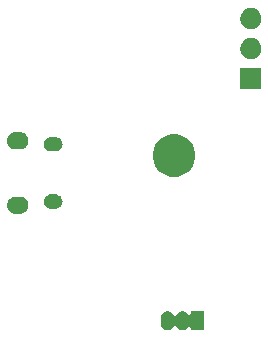
<source format=gbr>
G04 #@! TF.GenerationSoftware,KiCad,Pcbnew,(5.1.5)-3*
G04 #@! TF.CreationDate,2020-02-17T19:47:56+00:00*
G04 #@! TF.ProjectId,Pico-Telemetry,5069636f-2d54-4656-9c65-6d657472792e,rev?*
G04 #@! TF.SameCoordinates,Original*
G04 #@! TF.FileFunction,Soldermask,Bot*
G04 #@! TF.FilePolarity,Negative*
%FSLAX46Y46*%
G04 Gerber Fmt 4.6, Leading zero omitted, Abs format (unit mm)*
G04 Created by KiCad (PCBNEW (5.1.5)-3) date 2020-02-17 19:47:56*
%MOMM*%
%LPD*%
G04 APERTURE LIST*
%ADD10C,0.100000*%
G04 APERTURE END LIST*
D10*
G36*
X179842916Y-106207334D02*
G01*
X179951492Y-106240271D01*
X179951495Y-106240272D01*
X179987601Y-106259571D01*
X180051557Y-106293756D01*
X180139264Y-106365736D01*
X180202383Y-106442646D01*
X180219702Y-106459965D01*
X180240077Y-106473579D01*
X180262716Y-106482957D01*
X180286749Y-106487737D01*
X180311253Y-106487737D01*
X180335286Y-106482957D01*
X180357925Y-106473579D01*
X180378299Y-106459966D01*
X180395626Y-106442639D01*
X180409240Y-106422264D01*
X180418618Y-106399625D01*
X180423398Y-106375592D01*
X180424000Y-106363340D01*
X180424000Y-106199000D01*
X181576000Y-106199000D01*
X181576000Y-107801000D01*
X180424000Y-107801000D01*
X180424000Y-107636660D01*
X180421598Y-107612274D01*
X180414485Y-107588825D01*
X180402934Y-107567214D01*
X180387389Y-107548272D01*
X180368447Y-107532727D01*
X180346836Y-107521176D01*
X180323387Y-107514063D01*
X180299001Y-107511661D01*
X180274615Y-107514063D01*
X180251166Y-107521176D01*
X180229555Y-107532727D01*
X180202381Y-107557356D01*
X180139264Y-107634264D01*
X180051556Y-107706244D01*
X179987600Y-107740429D01*
X179951494Y-107759728D01*
X179951491Y-107759729D01*
X179842915Y-107792666D01*
X179730000Y-107803787D01*
X179617084Y-107792666D01*
X179508508Y-107759729D01*
X179508505Y-107759728D01*
X179472399Y-107740429D01*
X179408443Y-107706244D01*
X179320736Y-107634264D01*
X179248756Y-107546556D01*
X179205239Y-107465140D01*
X179191625Y-107444766D01*
X179174298Y-107427439D01*
X179153924Y-107413825D01*
X179131285Y-107404448D01*
X179107251Y-107399668D01*
X179082747Y-107399668D01*
X179058714Y-107404449D01*
X179036075Y-107413826D01*
X179015701Y-107427440D01*
X178998374Y-107444767D01*
X178984762Y-107465140D01*
X178941244Y-107546557D01*
X178869264Y-107634264D01*
X178781556Y-107706244D01*
X178717600Y-107740429D01*
X178681494Y-107759728D01*
X178681491Y-107759729D01*
X178572915Y-107792666D01*
X178460000Y-107803787D01*
X178347084Y-107792666D01*
X178238508Y-107759729D01*
X178238505Y-107759728D01*
X178202399Y-107740429D01*
X178138443Y-107706244D01*
X178050736Y-107634264D01*
X177978756Y-107546556D01*
X177935239Y-107465140D01*
X177925272Y-107446494D01*
X177919492Y-107427440D01*
X177892334Y-107337915D01*
X177884000Y-107253297D01*
X177884000Y-106746702D01*
X177892334Y-106662084D01*
X177925271Y-106553508D01*
X177925272Y-106553505D01*
X177978756Y-106453445D01*
X177978757Y-106453443D01*
X178050737Y-106365736D01*
X178138444Y-106293756D01*
X178202400Y-106259571D01*
X178238506Y-106240272D01*
X178238509Y-106240271D01*
X178347085Y-106207334D01*
X178460000Y-106196213D01*
X178572916Y-106207334D01*
X178681492Y-106240271D01*
X178681495Y-106240272D01*
X178717601Y-106259571D01*
X178781557Y-106293756D01*
X178869264Y-106365736D01*
X178941244Y-106453443D01*
X178957019Y-106482957D01*
X178984761Y-106534859D01*
X178998375Y-106555234D01*
X179015702Y-106572561D01*
X179036076Y-106586174D01*
X179058715Y-106595552D01*
X179082748Y-106600332D01*
X179107252Y-106600332D01*
X179131285Y-106595552D01*
X179153924Y-106586174D01*
X179174299Y-106572560D01*
X179191626Y-106555233D01*
X179205239Y-106534859D01*
X179248756Y-106453445D01*
X179248757Y-106453443D01*
X179320737Y-106365736D01*
X179408444Y-106293756D01*
X179472400Y-106259571D01*
X179508506Y-106240272D01*
X179508509Y-106240271D01*
X179617085Y-106207334D01*
X179730000Y-106196213D01*
X179842916Y-106207334D01*
G37*
G36*
X166009213Y-96482502D02*
G01*
X166080321Y-96489505D01*
X166217172Y-96531019D01*
X166217175Y-96531020D01*
X166343294Y-96598432D01*
X166453843Y-96689157D01*
X166544568Y-96799706D01*
X166611980Y-96925825D01*
X166611981Y-96925828D01*
X166653495Y-97062679D01*
X166667512Y-97205000D01*
X166653495Y-97347321D01*
X166638385Y-97397130D01*
X166611980Y-97484175D01*
X166544568Y-97610294D01*
X166453843Y-97720843D01*
X166343294Y-97811568D01*
X166217175Y-97878980D01*
X166217172Y-97878981D01*
X166080321Y-97920495D01*
X166009213Y-97927498D01*
X165973660Y-97931000D01*
X165552340Y-97931000D01*
X165516787Y-97927498D01*
X165445679Y-97920495D01*
X165308828Y-97878981D01*
X165308825Y-97878980D01*
X165182706Y-97811568D01*
X165072157Y-97720843D01*
X164981432Y-97610294D01*
X164914020Y-97484175D01*
X164887615Y-97397130D01*
X164872505Y-97347321D01*
X164858488Y-97205000D01*
X164872505Y-97062679D01*
X164914019Y-96925828D01*
X164914020Y-96925825D01*
X164981432Y-96799706D01*
X165072157Y-96689157D01*
X165182706Y-96598432D01*
X165308825Y-96531020D01*
X165308828Y-96531019D01*
X165445679Y-96489505D01*
X165516787Y-96482502D01*
X165552340Y-96479000D01*
X165973660Y-96479000D01*
X166009213Y-96482502D01*
G37*
G36*
X169080818Y-96302696D02*
G01*
X169194105Y-96337062D01*
X169298512Y-96392869D01*
X169390027Y-96467973D01*
X169465131Y-96559488D01*
X169520938Y-96663895D01*
X169555304Y-96777182D01*
X169566907Y-96895000D01*
X169555304Y-97012818D01*
X169520938Y-97126105D01*
X169465131Y-97230512D01*
X169390027Y-97322027D01*
X169298512Y-97397131D01*
X169194105Y-97452938D01*
X169080818Y-97487304D01*
X168992519Y-97496000D01*
X168533481Y-97496000D01*
X168445182Y-97487304D01*
X168331895Y-97452938D01*
X168227488Y-97397131D01*
X168135973Y-97322027D01*
X168060869Y-97230512D01*
X168005062Y-97126105D01*
X167970696Y-97012818D01*
X167959093Y-96895000D01*
X167970696Y-96777182D01*
X168005062Y-96663895D01*
X168060869Y-96559488D01*
X168135973Y-96467973D01*
X168227488Y-96392869D01*
X168331895Y-96337062D01*
X168445182Y-96302696D01*
X168533481Y-96294000D01*
X168992519Y-96294000D01*
X169080818Y-96302696D01*
G37*
G36*
X179226905Y-91208789D02*
G01*
X179525350Y-91268153D01*
X179853122Y-91403921D01*
X180148109Y-91601025D01*
X180398975Y-91851891D01*
X180596079Y-92146878D01*
X180731847Y-92474650D01*
X180801060Y-92822611D01*
X180801060Y-93177389D01*
X180731847Y-93525350D01*
X180596079Y-93853122D01*
X180398975Y-94148109D01*
X180148109Y-94398975D01*
X179853122Y-94596079D01*
X179525350Y-94731847D01*
X179226905Y-94791211D01*
X179177390Y-94801060D01*
X178822610Y-94801060D01*
X178773095Y-94791211D01*
X178474650Y-94731847D01*
X178146878Y-94596079D01*
X177851891Y-94398975D01*
X177601025Y-94148109D01*
X177403921Y-93853122D01*
X177268153Y-93525350D01*
X177198940Y-93177389D01*
X177198940Y-92822611D01*
X177268153Y-92474650D01*
X177403921Y-92146878D01*
X177601025Y-91851891D01*
X177851891Y-91601025D01*
X178146878Y-91403921D01*
X178474650Y-91268153D01*
X178773095Y-91208789D01*
X178822610Y-91198940D01*
X179177390Y-91198940D01*
X179226905Y-91208789D01*
G37*
G36*
X169080818Y-91462696D02*
G01*
X169194105Y-91497062D01*
X169298512Y-91552869D01*
X169390027Y-91627973D01*
X169465131Y-91719488D01*
X169520938Y-91823895D01*
X169555304Y-91937182D01*
X169566907Y-92055000D01*
X169555304Y-92172818D01*
X169520938Y-92286105D01*
X169465131Y-92390512D01*
X169390027Y-92482027D01*
X169298512Y-92557131D01*
X169194105Y-92612938D01*
X169080818Y-92647304D01*
X168992519Y-92656000D01*
X168533481Y-92656000D01*
X168445182Y-92647304D01*
X168331895Y-92612938D01*
X168227488Y-92557131D01*
X168135973Y-92482027D01*
X168060869Y-92390512D01*
X168005062Y-92286105D01*
X167970696Y-92172818D01*
X167959093Y-92055000D01*
X167970696Y-91937182D01*
X168005062Y-91823895D01*
X168060869Y-91719488D01*
X168135973Y-91627973D01*
X168227488Y-91552869D01*
X168331895Y-91497062D01*
X168445182Y-91462696D01*
X168533481Y-91454000D01*
X168992519Y-91454000D01*
X169080818Y-91462696D01*
G37*
G36*
X166009213Y-91022502D02*
G01*
X166080321Y-91029505D01*
X166217172Y-91071019D01*
X166217175Y-91071020D01*
X166343294Y-91138432D01*
X166453843Y-91229157D01*
X166544568Y-91339706D01*
X166611980Y-91465825D01*
X166611981Y-91465828D01*
X166653495Y-91602679D01*
X166667512Y-91745000D01*
X166653495Y-91887321D01*
X166638369Y-91937184D01*
X166611980Y-92024175D01*
X166544568Y-92150294D01*
X166453843Y-92260843D01*
X166343294Y-92351568D01*
X166217175Y-92418980D01*
X166217172Y-92418981D01*
X166080321Y-92460495D01*
X166009213Y-92467498D01*
X165973660Y-92471000D01*
X165552340Y-92471000D01*
X165516787Y-92467498D01*
X165445679Y-92460495D01*
X165308828Y-92418981D01*
X165308825Y-92418980D01*
X165182706Y-92351568D01*
X165072157Y-92260843D01*
X164981432Y-92150294D01*
X164914020Y-92024175D01*
X164887631Y-91937184D01*
X164872505Y-91887321D01*
X164858488Y-91745000D01*
X164872505Y-91602679D01*
X164914019Y-91465828D01*
X164914020Y-91465825D01*
X164981432Y-91339706D01*
X165072157Y-91229157D01*
X165182706Y-91138432D01*
X165308825Y-91071020D01*
X165308828Y-91071019D01*
X165445679Y-91029505D01*
X165516787Y-91022502D01*
X165552340Y-91019000D01*
X165973660Y-91019000D01*
X166009213Y-91022502D01*
G37*
G36*
X186401000Y-87401000D02*
G01*
X184599000Y-87401000D01*
X184599000Y-85599000D01*
X186401000Y-85599000D01*
X186401000Y-87401000D01*
G37*
G36*
X185613512Y-83063927D02*
G01*
X185762812Y-83093624D01*
X185926784Y-83161544D01*
X186074354Y-83260147D01*
X186199853Y-83385646D01*
X186298456Y-83533216D01*
X186366376Y-83697188D01*
X186401000Y-83871259D01*
X186401000Y-84048741D01*
X186366376Y-84222812D01*
X186298456Y-84386784D01*
X186199853Y-84534354D01*
X186074354Y-84659853D01*
X185926784Y-84758456D01*
X185762812Y-84826376D01*
X185613512Y-84856073D01*
X185588742Y-84861000D01*
X185411258Y-84861000D01*
X185386488Y-84856073D01*
X185237188Y-84826376D01*
X185073216Y-84758456D01*
X184925646Y-84659853D01*
X184800147Y-84534354D01*
X184701544Y-84386784D01*
X184633624Y-84222812D01*
X184599000Y-84048741D01*
X184599000Y-83871259D01*
X184633624Y-83697188D01*
X184701544Y-83533216D01*
X184800147Y-83385646D01*
X184925646Y-83260147D01*
X185073216Y-83161544D01*
X185237188Y-83093624D01*
X185386488Y-83063927D01*
X185411258Y-83059000D01*
X185588742Y-83059000D01*
X185613512Y-83063927D01*
G37*
G36*
X185613512Y-80523927D02*
G01*
X185762812Y-80553624D01*
X185926784Y-80621544D01*
X186074354Y-80720147D01*
X186199853Y-80845646D01*
X186298456Y-80993216D01*
X186366376Y-81157188D01*
X186401000Y-81331259D01*
X186401000Y-81508741D01*
X186366376Y-81682812D01*
X186298456Y-81846784D01*
X186199853Y-81994354D01*
X186074354Y-82119853D01*
X185926784Y-82218456D01*
X185762812Y-82286376D01*
X185613512Y-82316073D01*
X185588742Y-82321000D01*
X185411258Y-82321000D01*
X185386488Y-82316073D01*
X185237188Y-82286376D01*
X185073216Y-82218456D01*
X184925646Y-82119853D01*
X184800147Y-81994354D01*
X184701544Y-81846784D01*
X184633624Y-81682812D01*
X184599000Y-81508741D01*
X184599000Y-81331259D01*
X184633624Y-81157188D01*
X184701544Y-80993216D01*
X184800147Y-80845646D01*
X184925646Y-80720147D01*
X185073216Y-80621544D01*
X185237188Y-80553624D01*
X185386488Y-80523927D01*
X185411258Y-80519000D01*
X185588742Y-80519000D01*
X185613512Y-80523927D01*
G37*
M02*

</source>
